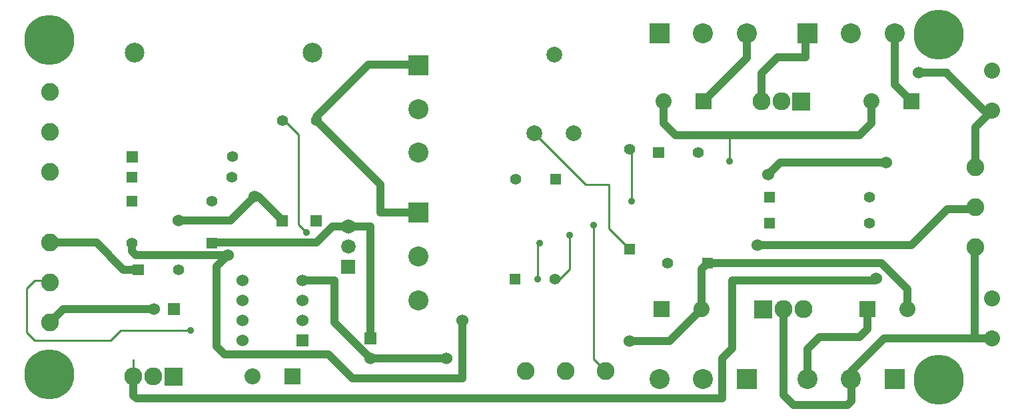
<source format=gbr>
G04 start of page 3 for group 5 idx 5 *
G04 Title: (unknown), bottom *
G04 Creator: pcb 1.99z *
G04 CreationDate: Fri 07 Mar 2014 08:36:24 PM GMT UTC *
G04 For: jpuls *
G04 Format: Gerber/RS-274X *
G04 PCB-Dimensions (mil): 5000.00 2020.00 *
G04 PCB-Coordinate-Origin: lower left *
%MOIN*%
%FSLAX25Y25*%
%LNBOTTOM*%
%ADD58C,0.0472*%
%ADD57C,0.0420*%
%ADD56C,0.0280*%
%ADD55C,0.0300*%
%ADD54C,0.0591*%
%ADD53C,0.0551*%
%ADD52C,0.1250*%
%ADD51C,0.0350*%
%ADD50C,0.0200*%
%ADD49C,0.2500*%
%ADD48C,0.0360*%
%ADD47C,0.0787*%
%ADD46C,0.0720*%
%ADD45C,0.0600*%
%ADD44C,0.0900*%
%ADD43C,0.0800*%
%ADD42C,0.0550*%
%ADD41C,0.1000*%
%ADD40C,0.0001*%
%ADD39C,0.0984*%
%ADD38C,0.0886*%
%ADD37C,0.0100*%
%ADD36C,0.0400*%
G54D36*X98959Y83000D02*X98723Y82764D01*
X82000Y94000D02*X108000D01*
X58723Y82764D02*Y78764D01*
X60723Y76764D01*
X106723D01*
X61486Y70000D02*X61989Y69497D01*
X101000Y71041D02*X106723Y76764D01*
X98959Y83000D02*X151000D01*
X159000Y91000D01*
X151000Y144000D02*Y146000D01*
G54D37*X134000Y144000D02*X136000D01*
X134000D02*X135000D01*
X142000Y137000D01*
Y92000D01*
X146000Y88000D01*
G54D36*X151000Y146000D02*X177000Y172000D01*
X151000Y144000D02*X183000Y112000D01*
Y98000D01*
X159000Y91000D02*X178000D01*
X177000Y172000D02*X201800D01*
X202000Y171800D01*
X200000Y126000D02*X202000Y128000D01*
X120000Y106000D02*X122000D01*
X183000Y98000D02*X202000D01*
X122000Y106000D02*X134000Y94000D01*
X108000D02*X120000Y106000D01*
X144000Y64000D02*X160000D01*
Y43000D01*
X157000Y27000D02*X105000D01*
X101000Y31000D01*
Y71041D01*
X160000Y43000D02*X178000Y25000D01*
X224000Y15000D02*X169000D01*
X157000Y27000D01*
X178000Y25000D02*X216000D01*
X178000Y91000D02*Y35000D01*
X61000Y5000D02*X354000D01*
Y25000D01*
X69723Y49764D02*X24617D01*
G54D37*X88000Y39000D02*X53000D01*
G54D36*X61989Y69497D02*X54503D01*
G54D37*X59500Y16000D02*Y24500D01*
X53000Y39000D02*X48000Y34000D01*
G54D36*X59500Y16000D02*Y6500D01*
X61000Y5000D01*
X54503Y69497D02*X41000Y83000D01*
X17975D01*
X17914Y83061D01*
X24617Y49764D02*X17914Y43061D01*
G54D37*X48000Y34000D02*X10000D01*
X6000Y38000D01*
Y60000D01*
X10000Y64000D01*
X19000D01*
X19939Y63061D01*
X289723Y91764D02*Y24764D01*
X295723Y18764D01*
X297500Y89987D02*Y112000D01*
X285787D01*
X261723Y64764D02*Y81764D01*
X262723Y82764D01*
X307723Y79764D02*X297500Y89987D01*
X270488Y64833D02*X272792D01*
G54D36*X224000Y44000D02*Y15000D01*
G54D37*X272792Y64833D02*X277723Y69764D01*
Y86764D01*
X285787Y112000D02*X260157Y137630D01*
G54D36*X307723Y33764D02*X327723D01*
X343723Y49764D01*
G54D37*X308723Y103764D02*Y128764D01*
X307723Y129764D01*
G54D36*X324723Y142764D02*Y153764D01*
X344723D02*X366523Y175564D01*
Y187764D01*
X373723Y153764D02*Y167764D01*
X381723Y175764D01*
X395723D01*
Y186764D01*
X396723Y187764D01*
X422723Y136764D02*X330723D01*
X324723Y142764D01*
G54D37*X357723Y123764D02*Y136764D01*
G54D36*X436000Y123000D02*X383000D01*
X377000Y117000D01*
X384723Y49764D02*Y6764D01*
X396723Y14764D02*Y29764D01*
X384723Y6764D02*X389723Y1764D01*
X416723D01*
X418723Y3764D01*
Y14664D01*
X418623Y14764D01*
X396723Y29764D02*X402723Y35764D01*
X418723Y14277D02*Y18723D01*
X430000Y30000D01*
X418723Y18723D02*X435000Y35000D01*
X402723Y35764D02*X422723D01*
X435000Y35000D02*X489000D01*
X480487Y35513D02*X481000Y35000D01*
X422723Y35764D02*X426723Y39764D01*
X354000Y25000D02*X359000Y30000D01*
Y64000D01*
X426723Y39764D02*Y49764D01*
X446723D02*Y59764D01*
X433723Y72764D01*
X430000Y64000D02*X431000Y65000D01*
X433723Y72764D02*X346723D01*
X343723Y49764D02*Y69764D01*
X346723Y72764D01*
X371723Y81764D02*X448723D01*
X359000Y64000D02*X430000D01*
X448723Y81764D02*X466723Y99764D01*
X479723D01*
X480723Y100764D01*
X481723Y79764D02*X480723Y80764D01*
X480487Y81000D02*Y35513D01*
X428723Y153764D02*Y142764D01*
X448723Y153764D02*X440523Y161964D01*
Y187764D01*
X428723Y142764D02*X422723Y136764D01*
X466487Y168000D02*X452500D01*
X489000Y149000D02*X485000D01*
X466000Y168000D01*
X480723Y120764D02*Y140723D01*
X489000Y149000D01*
G54D38*X17900Y158400D03*
Y138400D03*
Y118400D03*
X17914Y83061D03*
Y63061D03*
Y43061D03*
G54D39*X60000Y178000D03*
X148976D03*
G54D40*G36*
X197000Y176800D02*Y166800D01*
X207000D01*
Y176800D01*
X197000D01*
G37*
G54D41*X202000Y149900D03*
G54D42*X58723Y82764D03*
G54D40*G36*
X55973Y118514D02*Y113014D01*
X61473D01*
Y118514D01*
X55973D01*
G37*
G36*
Y106514D02*Y101014D01*
X61473D01*
Y106514D01*
X55973D01*
G37*
G54D42*X98723Y103764D03*
X108723Y115764D03*
G54D40*G36*
X56250Y128750D02*Y123250D01*
X61750D01*
Y128750D01*
X56250D01*
G37*
G54D42*X109000Y126000D03*
G54D41*X202000Y128000D03*
G54D40*G36*
X131250Y96750D02*Y91250D01*
X136750D01*
Y96750D01*
X131250D01*
G37*
G54D42*X134000Y144000D03*
G54D40*G36*
X148250Y96750D02*Y91250D01*
X153750D01*
Y96750D01*
X148250D01*
G37*
G54D42*X151000Y144000D03*
G54D40*G36*
X75000Y20500D02*Y11500D01*
X84000D01*
Y20500D01*
X75000D01*
G37*
G54D43*X119000Y16000D03*
G54D44*X69500D03*
X59500D03*
G54D40*G36*
X59239Y72247D02*Y66747D01*
X64739D01*
Y72247D01*
X59239D01*
G37*
G54D42*X81989Y69497D03*
G54D40*G36*
X95973Y85514D02*Y80014D01*
X101473D01*
Y85514D01*
X95973D01*
G37*
G54D45*X114000Y64000D03*
G54D40*G36*
X76723Y52764D02*Y46764D01*
X82723D01*
Y52764D01*
X76723D01*
G37*
G54D45*X69723Y49764D03*
G54D40*G36*
X135000Y20000D02*Y12000D01*
X143000D01*
Y20000D01*
X135000D01*
G37*
G36*
X141000Y37000D02*Y31000D01*
X147000D01*
Y37000D01*
X141000D01*
G37*
G54D45*X144000Y44000D03*
Y54000D03*
Y64000D03*
X114000Y54000D03*
Y44000D03*
Y34000D03*
G54D40*G36*
X175000Y38000D02*Y32000D01*
X181000D01*
Y38000D01*
X175000D01*
G37*
G54D45*X178000Y25000D03*
G54D40*G36*
X163400Y74600D02*Y67400D01*
X170600D01*
Y74600D01*
X163400D01*
G37*
G54D46*X167000Y81000D03*
Y91000D03*
G54D40*G36*
X197000Y103000D02*Y93000D01*
X207000D01*
Y103000D01*
X197000D01*
G37*
G54D41*X202000Y76100D03*
Y54200D03*
G54D38*X255723Y18764D03*
X275723D03*
X295723D03*
G54D41*X322723Y14764D03*
G54D40*G36*
X370223Y54264D02*Y45264D01*
X379223D01*
Y54264D01*
X370223D01*
G37*
G36*
X319723Y53764D02*Y45764D01*
X327723D01*
Y53764D01*
X319723D01*
G37*
G54D43*X343723Y49764D03*
G54D40*G36*
X361523Y19764D02*Y9764D01*
X371523D01*
Y19764D01*
X361523D01*
G37*
G54D41*X344623Y14764D03*
G54D40*G36*
X435523Y19764D02*Y9764D01*
X445523D01*
Y19764D01*
X435523D01*
G37*
G54D41*X418623Y14764D03*
X396723D03*
G54D44*X384723Y49764D03*
G54D40*G36*
X343973Y75514D02*Y70014D01*
X349473D01*
Y75514D01*
X343973D01*
G37*
G54D42*X326723Y72764D03*
G54D43*X489000Y35000D03*
Y55000D03*
G54D44*X394723Y49764D03*
G54D40*G36*
X422723Y53764D02*Y45764D01*
X430723D01*
Y53764D01*
X422723D01*
G37*
G36*
X374973Y95514D02*Y90014D01*
X380473D01*
Y95514D01*
X374973D01*
G37*
G54D43*X428723Y153764D03*
G54D40*G36*
X389223Y158264D02*Y149264D01*
X398223D01*
Y158264D01*
X389223D01*
G37*
G54D44*X383723Y153764D03*
X373723D03*
G54D42*X427723Y105764D03*
G54D38*X480723Y120764D03*
G54D40*G36*
X444723Y157764D02*Y149764D01*
X452723D01*
Y157764D01*
X444723D01*
G37*
G54D41*X344623Y187764D03*
X366523D03*
G54D40*G36*
X391723Y192764D02*Y182764D01*
X401723D01*
Y192764D01*
X391723D01*
G37*
G54D41*X418623Y187764D03*
X440523D03*
G54D38*X480723Y80764D03*
Y100764D03*
G54D43*X446723Y49764D03*
G54D42*X427723Y92764D03*
G54D43*X489000Y149000D03*
Y169000D03*
X324723Y153764D03*
G54D40*G36*
X319473Y130914D02*Y125414D01*
X324973D01*
Y130914D01*
X319473D01*
G37*
G36*
X304973Y82514D02*Y77014D01*
X310473D01*
Y82514D01*
X304973D01*
G37*
G54D42*X307723Y129764D03*
G54D40*G36*
X317723Y192764D02*Y182764D01*
X327723D01*
Y192764D01*
X317723D01*
G37*
G36*
X374973Y108514D02*Y103014D01*
X380473D01*
Y108514D01*
X374973D01*
G37*
G36*
X267973Y117514D02*Y112014D01*
X273473D01*
Y117514D01*
X267973D01*
G37*
G54D42*X250723Y114764D03*
G54D40*G36*
X247738Y67583D02*Y62083D01*
X253238D01*
Y67583D01*
X247738D01*
G37*
G54D42*X270488Y64833D03*
G54D40*G36*
X340723Y157764D02*Y149764D01*
X348723D01*
Y157764D01*
X340723D01*
G37*
G54D42*X342223Y128164D03*
G54D47*X260157Y137630D03*
X279843D03*
X270000Y177000D03*
G54D48*X262723Y82764D03*
X277723Y86764D03*
X289723Y91764D03*
X308723Y103764D03*
G54D45*X106723Y76764D03*
G54D48*X146000Y88000D03*
G54D45*X120000Y106000D03*
X82000Y94000D03*
G54D48*X88000Y39000D03*
G54D49*X17500Y184500D03*
Y17000D03*
G54D48*X261723Y64764D03*
G54D45*X307723Y33764D03*
X224000Y44000D03*
X216000Y25000D03*
X371723Y81764D03*
G54D49*X462500Y14500D03*
G54D45*X431000Y65000D03*
G54D48*X357723Y123764D03*
G54D49*X462500Y187000D03*
G54D45*X452500Y168000D03*
X436000Y123000D03*
X377000Y117000D03*
G54D50*G54D51*G54D50*G54D51*G54D50*G54D52*G54D50*G54D51*G54D52*G54D51*G54D50*G54D52*G54D51*G54D53*G54D54*G54D45*G54D55*G54D45*G54D55*G54D45*G54D36*G54D45*G54D55*G54D56*G54D55*G54D36*G54D56*G54D55*G54D57*G54D45*G54D53*G54D45*G54D36*G54D45*G54D55*G54D36*G54D45*G54D36*G54D55*G54D36*G54D45*G54D55*G54D53*G54D36*G54D45*G54D53*G54D36*G54D55*G54D36*G54D55*G54D45*G54D55*G54D36*G54D55*G54D58*M02*

</source>
